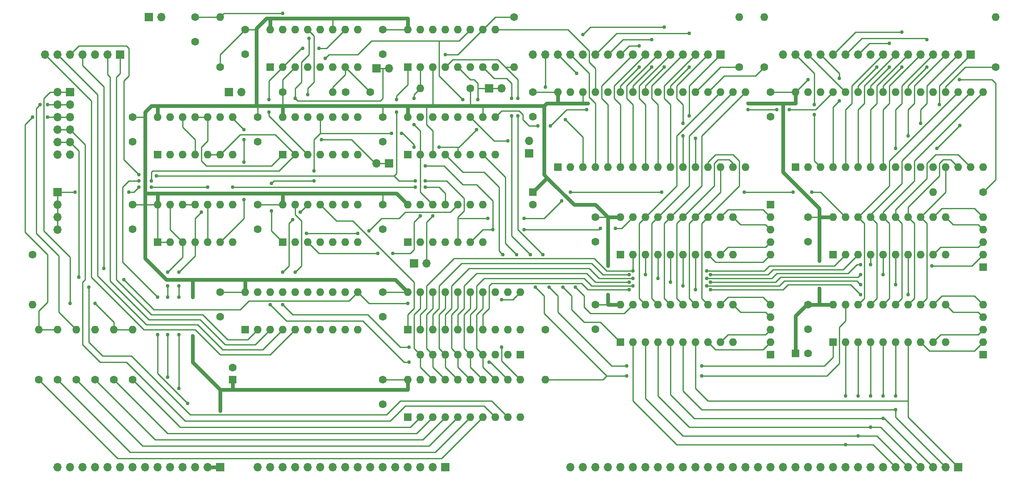
<source format=gtl>
G04 #@! TF.GenerationSoftware,KiCad,Pcbnew,(7.0.0)*
G04 #@! TF.CreationDate,2024-03-28T20:34:17-07:00*
G04 #@! TF.ProjectId,video_output,76696465-6f5f-46f7-9574-7075742e6b69,rev?*
G04 #@! TF.SameCoordinates,Original*
G04 #@! TF.FileFunction,Copper,L1,Top*
G04 #@! TF.FilePolarity,Positive*
%FSLAX46Y46*%
G04 Gerber Fmt 4.6, Leading zero omitted, Abs format (unit mm)*
G04 Created by KiCad (PCBNEW (7.0.0)) date 2024-03-28 20:34:17*
%MOMM*%
%LPD*%
G01*
G04 APERTURE LIST*
G04 #@! TA.AperFunction,ComponentPad*
%ADD10R,1.600000X1.600000*%
G04 #@! TD*
G04 #@! TA.AperFunction,ComponentPad*
%ADD11O,1.600000X1.600000*%
G04 #@! TD*
G04 #@! TA.AperFunction,ComponentPad*
%ADD12C,1.600000*%
G04 #@! TD*
G04 #@! TA.AperFunction,ComponentPad*
%ADD13R,1.700000X1.700000*%
G04 #@! TD*
G04 #@! TA.AperFunction,ComponentPad*
%ADD14O,1.700000X1.700000*%
G04 #@! TD*
G04 #@! TA.AperFunction,ViaPad*
%ADD15C,0.762000*%
G04 #@! TD*
G04 #@! TA.AperFunction,Conductor*
%ADD16C,0.762000*%
G04 #@! TD*
G04 #@! TA.AperFunction,Conductor*
%ADD17C,0.254000*%
G04 #@! TD*
G04 APERTURE END LIST*
D10*
X205739999Y-121919999D03*
D11*
X205739999Y-119379999D03*
X205739999Y-116839999D03*
X205739999Y-114299999D03*
X205739999Y-111759999D03*
D12*
X144780000Y-67818000D03*
D11*
X134619999Y-67817999D03*
D13*
X139699999Y-144779999D03*
D14*
X137159999Y-144779999D03*
X134619999Y-144779999D03*
X132079999Y-144779999D03*
X129539999Y-144779999D03*
X126999999Y-144779999D03*
X124459999Y-144779999D03*
X121919999Y-144779999D03*
X119379999Y-144779999D03*
X116839999Y-144779999D03*
X114299999Y-144779999D03*
X111759999Y-144779999D03*
X109219999Y-144779999D03*
X106679999Y-144779999D03*
X104139999Y-144779999D03*
X101599999Y-144779999D03*
D10*
X157479999Y-88899999D03*
D12*
X157480000Y-91400000D03*
X248920000Y-88900000D03*
D11*
X238759999Y-88899999D03*
D12*
X170180000Y-111760000D03*
X170180000Y-116760000D03*
D10*
X210819999Y-83819999D03*
D11*
X213359999Y-83819999D03*
X215899999Y-83819999D03*
X218439999Y-83819999D03*
X220979999Y-83819999D03*
X223519999Y-83819999D03*
X226059999Y-83819999D03*
X228599999Y-83819999D03*
X231139999Y-83819999D03*
X233679999Y-83819999D03*
X236219999Y-83819999D03*
X238759999Y-83819999D03*
X241299999Y-83819999D03*
X243839999Y-83819999D03*
X246379999Y-83819999D03*
X248919999Y-83819999D03*
X248919999Y-68579999D03*
X246379999Y-68579999D03*
X243839999Y-68579999D03*
X241299999Y-68579999D03*
X238759999Y-68579999D03*
X236219999Y-68579999D03*
X233679999Y-68579999D03*
X231139999Y-68579999D03*
X228599999Y-68579999D03*
X226059999Y-68579999D03*
X223519999Y-68579999D03*
X220979999Y-68579999D03*
X218439999Y-68579999D03*
X215899999Y-68579999D03*
X213359999Y-68579999D03*
X210819999Y-68579999D03*
D10*
X248919999Y-104139999D03*
D11*
X248919999Y-101599999D03*
X248919999Y-99059999D03*
X248919999Y-96519999D03*
X248919999Y-93979999D03*
D13*
X148589999Y-67817999D03*
D14*
X151129999Y-67817999D03*
D12*
X93980000Y-114220000D03*
X93980000Y-109220000D03*
X157480000Y-68580000D03*
X157480000Y-73580000D03*
X64770000Y-127000000D03*
D11*
X64769999Y-116839999D03*
D10*
X175259999Y-101599999D03*
D11*
X177799999Y-101599999D03*
X180339999Y-101599999D03*
X182879999Y-101599999D03*
X185419999Y-101599999D03*
X187959999Y-101599999D03*
X190499999Y-101599999D03*
X193039999Y-101599999D03*
X195579999Y-101599999D03*
X198119999Y-101599999D03*
X198119999Y-93979999D03*
X195579999Y-93979999D03*
X193039999Y-93979999D03*
X190499999Y-93979999D03*
X187959999Y-93979999D03*
X185419999Y-93979999D03*
X182879999Y-93979999D03*
X180339999Y-93979999D03*
X177799999Y-93979999D03*
X175259999Y-93979999D03*
D12*
X127000000Y-132000000D03*
X127000000Y-127000000D03*
D10*
X99059999Y-116839999D03*
D11*
X101599999Y-116839999D03*
X104139999Y-116839999D03*
X106679999Y-116839999D03*
X109219999Y-116839999D03*
X111759999Y-116839999D03*
X114299999Y-116839999D03*
X116839999Y-116839999D03*
X119379999Y-116839999D03*
X121919999Y-116839999D03*
X121919999Y-109219999D03*
X119379999Y-109219999D03*
X116839999Y-109219999D03*
X114299999Y-109219999D03*
X111759999Y-109219999D03*
X109219999Y-109219999D03*
X106679999Y-109219999D03*
X104139999Y-109219999D03*
X101599999Y-109219999D03*
X99059999Y-109219999D03*
D13*
X93979999Y-144779999D03*
D14*
X91439999Y-144779999D03*
X88899999Y-144779999D03*
X86359999Y-144779999D03*
X83819999Y-144779999D03*
X81279999Y-144779999D03*
X78739999Y-144779999D03*
X76199999Y-144779999D03*
X73659999Y-144779999D03*
X71119999Y-144779999D03*
X68579999Y-144779999D03*
X66039999Y-144779999D03*
X63499999Y-144779999D03*
X60959999Y-144779999D03*
D12*
X68580000Y-127000000D03*
D11*
X68579999Y-116839999D03*
D12*
X204470000Y-63500000D03*
D11*
X204469999Y-53339999D03*
D12*
X160020000Y-116840000D03*
D11*
X160019999Y-126999999D03*
D10*
X132079999Y-99059999D03*
D11*
X134619999Y-99059999D03*
X137159999Y-99059999D03*
X139699999Y-99059999D03*
X142239999Y-99059999D03*
X144779999Y-99059999D03*
X147319999Y-99059999D03*
X147319999Y-91439999D03*
X144779999Y-91439999D03*
X142239999Y-91439999D03*
X139699999Y-91439999D03*
X137159999Y-91439999D03*
X134619999Y-91439999D03*
X132079999Y-91439999D03*
D12*
X99060000Y-60880000D03*
X99060000Y-55880000D03*
X251460000Y-63500000D03*
D11*
X251459999Y-53339999D03*
D10*
X218439999Y-101599999D03*
D11*
X220979999Y-101599999D03*
X223519999Y-101599999D03*
X226059999Y-101599999D03*
X228599999Y-101599999D03*
X231139999Y-101599999D03*
X233679999Y-101599999D03*
X236219999Y-101599999D03*
X238759999Y-101599999D03*
X241299999Y-101599999D03*
X241299999Y-93979999D03*
X238759999Y-93979999D03*
X236219999Y-93979999D03*
X233679999Y-93979999D03*
X231139999Y-93979999D03*
X228599999Y-93979999D03*
X226059999Y-93979999D03*
X223519999Y-93979999D03*
X220979999Y-93979999D03*
X218439999Y-93979999D03*
D12*
X72390000Y-127000000D03*
D11*
X72389999Y-116839999D03*
D10*
X175259999Y-119379999D03*
D11*
X177799999Y-119379999D03*
X180339999Y-119379999D03*
X182879999Y-119379999D03*
X185419999Y-119379999D03*
X187959999Y-119379999D03*
X190499999Y-119379999D03*
X193039999Y-119379999D03*
X195579999Y-119379999D03*
X198119999Y-119379999D03*
X198119999Y-111759999D03*
X195579999Y-111759999D03*
X193039999Y-111759999D03*
X190499999Y-111759999D03*
X187959999Y-111759999D03*
X185419999Y-111759999D03*
X182879999Y-111759999D03*
X180339999Y-111759999D03*
X177799999Y-111759999D03*
X175259999Y-111759999D03*
D10*
X106679999Y-99059999D03*
D11*
X109219999Y-99059999D03*
X111759999Y-99059999D03*
X114299999Y-99059999D03*
X116839999Y-99059999D03*
X119379999Y-99059999D03*
X121919999Y-99059999D03*
X121919999Y-91439999D03*
X119379999Y-91439999D03*
X116839999Y-91439999D03*
X114299999Y-91439999D03*
X111759999Y-91439999D03*
X109219999Y-91439999D03*
X106679999Y-91439999D03*
D12*
X76200000Y-78660000D03*
X76200000Y-73660000D03*
X60960000Y-127000000D03*
D11*
X60959999Y-116839999D03*
D13*
X73659999Y-60959999D03*
D14*
X71119999Y-60959999D03*
X68579999Y-60959999D03*
X66039999Y-60959999D03*
X63499999Y-60959999D03*
X60959999Y-60959999D03*
X58419999Y-60959999D03*
D12*
X76200000Y-96440000D03*
X76200000Y-91440000D03*
X127000000Y-60880000D03*
X127000000Y-55880000D03*
D10*
X248919999Y-121919999D03*
D11*
X248919999Y-119379999D03*
X248919999Y-116839999D03*
X248919999Y-114299999D03*
X248919999Y-111759999D03*
D12*
X93980000Y-63500000D03*
D11*
X93979999Y-53339999D03*
D13*
X156717999Y-81025999D03*
D14*
X156717999Y-78485999D03*
D10*
X96519999Y-126999999D03*
D12*
X96520000Y-124500000D03*
D10*
X205739999Y-91439999D03*
D11*
X205739999Y-93979999D03*
X205739999Y-96519999D03*
X205739999Y-99059999D03*
X205739999Y-101599999D03*
D13*
X133349999Y-103377999D03*
D14*
X135889999Y-103377999D03*
D13*
X79501999Y-53339999D03*
D14*
X82041999Y-53339999D03*
D13*
X63499999Y-68579999D03*
D14*
X60959999Y-68579999D03*
X63499999Y-71119999D03*
X60959999Y-71119999D03*
X63499999Y-73659999D03*
X60959999Y-73659999D03*
X63499999Y-76199999D03*
X60959999Y-76199999D03*
X63499999Y-78739999D03*
X60959999Y-78739999D03*
X63499999Y-81279999D03*
X60959999Y-81279999D03*
D12*
X153670000Y-53340000D03*
D11*
X153669999Y-63499999D03*
D13*
X95757999Y-68579999D03*
D14*
X98297999Y-68579999D03*
D10*
X104139999Y-63499999D03*
D11*
X106679999Y-63499999D03*
X109219999Y-63499999D03*
X111759999Y-63499999D03*
X114299999Y-63499999D03*
X116839999Y-63499999D03*
X119379999Y-63499999D03*
X121919999Y-63499999D03*
X121919999Y-55879999D03*
X119379999Y-55879999D03*
X116839999Y-55879999D03*
X114299999Y-55879999D03*
X111759999Y-55879999D03*
X109219999Y-55879999D03*
X106679999Y-55879999D03*
X104139999Y-55879999D03*
D10*
X132079999Y-63499999D03*
D11*
X134619999Y-63499999D03*
X137159999Y-63499999D03*
X139699999Y-63499999D03*
X142239999Y-63499999D03*
X144779999Y-63499999D03*
X147319999Y-63499999D03*
X149859999Y-63499999D03*
X149859999Y-55879999D03*
X147319999Y-55879999D03*
X144779999Y-55879999D03*
X142239999Y-55879999D03*
X139699999Y-55879999D03*
X137159999Y-55879999D03*
X134619999Y-55879999D03*
X132079999Y-55879999D03*
D13*
X60959999Y-88899999D03*
D14*
X60959999Y-91439999D03*
X60959999Y-93979999D03*
X60959999Y-96519999D03*
D12*
X127000000Y-78660000D03*
X127000000Y-73660000D03*
D10*
X81279999Y-99059999D03*
D11*
X83819999Y-99059999D03*
X86359999Y-99059999D03*
X88899999Y-99059999D03*
X91439999Y-99059999D03*
X93979999Y-99059999D03*
X96519999Y-99059999D03*
X96519999Y-91439999D03*
X93979999Y-91439999D03*
X91439999Y-91439999D03*
X88899999Y-91439999D03*
X86359999Y-91439999D03*
X83819999Y-91439999D03*
X81279999Y-91439999D03*
D12*
X127000000Y-96440000D03*
X127000000Y-91440000D03*
D13*
X125729999Y-63753999D03*
D14*
X128269999Y-63753999D03*
D13*
X246379999Y-60959999D03*
D14*
X243839999Y-60959999D03*
X241299999Y-60959999D03*
X238759999Y-60959999D03*
X236219999Y-60959999D03*
X233679999Y-60959999D03*
X231139999Y-60959999D03*
X228599999Y-60959999D03*
X226059999Y-60959999D03*
X223519999Y-60959999D03*
X220979999Y-60959999D03*
X218439999Y-60959999D03*
X215899999Y-60959999D03*
X213359999Y-60959999D03*
X210819999Y-60959999D03*
X208279999Y-60959999D03*
D12*
X124460000Y-68580000D03*
X119460000Y-68580000D03*
D10*
X132079999Y-134619999D03*
D11*
X134619999Y-134619999D03*
X137159999Y-134619999D03*
X139699999Y-134619999D03*
X142239999Y-134619999D03*
X144779999Y-134619999D03*
X147319999Y-134619999D03*
X149859999Y-134619999D03*
X152399999Y-134619999D03*
X154939999Y-134619999D03*
X154939999Y-126999999D03*
X152399999Y-126999999D03*
X149859999Y-126999999D03*
X147319999Y-126999999D03*
X144779999Y-126999999D03*
X142239999Y-126999999D03*
X139699999Y-126999999D03*
X137159999Y-126999999D03*
X134619999Y-126999999D03*
X132079999Y-126999999D03*
D12*
X127000000Y-114220000D03*
X127000000Y-109220000D03*
X170180000Y-93980000D03*
X170180000Y-98980000D03*
D13*
X128269999Y-83057999D03*
D14*
X125729999Y-83057999D03*
D10*
X154939999Y-121919999D03*
D11*
X152399999Y-121919999D03*
X149859999Y-121919999D03*
X147319999Y-121919999D03*
X144779999Y-121919999D03*
X142239999Y-121919999D03*
X139699999Y-121919999D03*
X137159999Y-121919999D03*
X134619999Y-121919999D03*
D12*
X205740000Y-68580000D03*
X205740000Y-73580000D03*
X106680000Y-68580000D03*
D11*
X116839999Y-68579999D03*
D12*
X88900000Y-53340000D03*
X88900000Y-58340000D03*
X101600000Y-96440000D03*
X101600000Y-91440000D03*
D10*
X132079999Y-81279999D03*
D11*
X134619999Y-81279999D03*
X137159999Y-81279999D03*
X139699999Y-81279999D03*
X142239999Y-81279999D03*
X144779999Y-81279999D03*
X147319999Y-81279999D03*
X149859999Y-81279999D03*
X149859999Y-73659999D03*
X147319999Y-73659999D03*
X144779999Y-73659999D03*
X142239999Y-73659999D03*
X139699999Y-73659999D03*
X137159999Y-73659999D03*
X134619999Y-73659999D03*
X132079999Y-73659999D03*
D12*
X55880000Y-101600000D03*
D11*
X55879999Y-111759999D03*
D12*
X57150000Y-127000000D03*
D11*
X57149999Y-116839999D03*
D12*
X101600000Y-78660000D03*
X101600000Y-73660000D03*
D10*
X106679999Y-81279999D03*
D11*
X109219999Y-81279999D03*
X111759999Y-81279999D03*
X114299999Y-81279999D03*
X116839999Y-81279999D03*
X119379999Y-81279999D03*
X121919999Y-81279999D03*
X121919999Y-73659999D03*
X119379999Y-73659999D03*
X116839999Y-73659999D03*
X114299999Y-73659999D03*
X111759999Y-73659999D03*
X109219999Y-73659999D03*
X106679999Y-73659999D03*
D10*
X210819999Y-121665999D03*
D12*
X213320000Y-121666000D03*
X213360000Y-111760000D03*
X213360000Y-116760000D03*
X76200000Y-127000000D03*
D11*
X76199999Y-116839999D03*
D13*
X195579999Y-60959999D03*
D14*
X193039999Y-60959999D03*
X190499999Y-60959999D03*
X187959999Y-60959999D03*
X185419999Y-60959999D03*
X182879999Y-60959999D03*
X180339999Y-60959999D03*
X177799999Y-60959999D03*
X175259999Y-60959999D03*
X172719999Y-60959999D03*
X170179999Y-60959999D03*
X167639999Y-60959999D03*
X165099999Y-60959999D03*
X162559999Y-60959999D03*
X160019999Y-60959999D03*
X157479999Y-60959999D03*
D10*
X81279999Y-81279999D03*
D11*
X83819999Y-81279999D03*
X86359999Y-81279999D03*
X88899999Y-81279999D03*
X91439999Y-81279999D03*
X93979999Y-81279999D03*
X96519999Y-81279999D03*
X96519999Y-73659999D03*
X93979999Y-73659999D03*
X91439999Y-73659999D03*
X88899999Y-73659999D03*
X86359999Y-73659999D03*
X83819999Y-73659999D03*
X81279999Y-73659999D03*
D13*
X243839999Y-144779999D03*
D14*
X241299999Y-144779999D03*
X238759999Y-144779999D03*
X236219999Y-144779999D03*
X233679999Y-144779999D03*
X231139999Y-144779999D03*
X228599999Y-144779999D03*
X226059999Y-144779999D03*
X223519999Y-144779999D03*
X220979999Y-144779999D03*
X218439999Y-144779999D03*
X215899999Y-144779999D03*
X213359999Y-144779999D03*
X210819999Y-144779999D03*
X208279999Y-144779999D03*
X205739999Y-144779999D03*
X203199999Y-144779999D03*
X200659999Y-144779999D03*
X198119999Y-144779999D03*
X195579999Y-144779999D03*
X193039999Y-144779999D03*
X190499999Y-144779999D03*
X187959999Y-144779999D03*
X185419999Y-144779999D03*
X182879999Y-144779999D03*
X180339999Y-144779999D03*
X177799999Y-144779999D03*
X175259999Y-144779999D03*
X172719999Y-144779999D03*
X170179999Y-144779999D03*
X167639999Y-144779999D03*
X165099999Y-144779999D03*
D12*
X213360000Y-93980000D03*
X213360000Y-98980000D03*
D10*
X218439999Y-119379999D03*
D11*
X220979999Y-119379999D03*
X223519999Y-119379999D03*
X226059999Y-119379999D03*
X228599999Y-119379999D03*
X231139999Y-119379999D03*
X233679999Y-119379999D03*
X236219999Y-119379999D03*
X238759999Y-119379999D03*
X241299999Y-119379999D03*
X241299999Y-111759999D03*
X238759999Y-111759999D03*
X236219999Y-111759999D03*
X233679999Y-111759999D03*
X231139999Y-111759999D03*
X228599999Y-111759999D03*
X226059999Y-111759999D03*
X223519999Y-111759999D03*
X220979999Y-111759999D03*
X218439999Y-111759999D03*
D12*
X199390000Y-63500000D03*
D11*
X199389999Y-53339999D03*
D10*
X162559999Y-83819999D03*
D11*
X165099999Y-83819999D03*
X167639999Y-83819999D03*
X170179999Y-83819999D03*
X172719999Y-83819999D03*
X175259999Y-83819999D03*
X177799999Y-83819999D03*
X180339999Y-83819999D03*
X182879999Y-83819999D03*
X185419999Y-83819999D03*
X187959999Y-83819999D03*
X190499999Y-83819999D03*
X193039999Y-83819999D03*
X195579999Y-83819999D03*
X198119999Y-83819999D03*
X200659999Y-83819999D03*
X200659999Y-68579999D03*
X198119999Y-68579999D03*
X195579999Y-68579999D03*
X193039999Y-68579999D03*
X190499999Y-68579999D03*
X187959999Y-68579999D03*
X185419999Y-68579999D03*
X182879999Y-68579999D03*
X180339999Y-68579999D03*
X177799999Y-68579999D03*
X175259999Y-68579999D03*
X172719999Y-68579999D03*
X170179999Y-68579999D03*
X167639999Y-68579999D03*
X165099999Y-68579999D03*
X162559999Y-68579999D03*
D10*
X132079999Y-116839999D03*
D11*
X134619999Y-116839999D03*
X137159999Y-116839999D03*
X139699999Y-116839999D03*
X142239999Y-116839999D03*
X144779999Y-116839999D03*
X147319999Y-116839999D03*
X149859999Y-116839999D03*
X152399999Y-116839999D03*
X154939999Y-116839999D03*
X154939999Y-109219999D03*
X152399999Y-109219999D03*
X149859999Y-109219999D03*
X147319999Y-109219999D03*
X144779999Y-109219999D03*
X142239999Y-109219999D03*
X139699999Y-109219999D03*
X137159999Y-109219999D03*
X134619999Y-109219999D03*
X132079999Y-109219999D03*
D15*
X172720000Y-110998000D03*
X93980000Y-131826000D03*
X88392000Y-118110000D03*
X93980000Y-133350000D03*
X166878000Y-70866000D03*
X172720000Y-102616000D03*
X213360000Y-66040000D03*
X215646000Y-102870000D03*
X172720000Y-109728000D03*
X139700000Y-60960000D03*
X168656000Y-70866000D03*
X88392000Y-110236000D03*
X88392000Y-119634000D03*
X88392000Y-108966000D03*
X202692000Y-70866000D03*
X215646000Y-108458000D03*
X215646000Y-109982000D03*
X172720000Y-103886000D03*
X201168000Y-70866000D03*
X215646000Y-101346000D03*
X231140000Y-133096000D03*
X231140000Y-130302000D03*
X228600000Y-134874000D03*
X228600000Y-130302000D03*
X226060000Y-136652000D03*
X226060000Y-130302000D03*
X223520000Y-130302000D03*
X223520000Y-138430000D03*
X220980000Y-140208000D03*
X220980000Y-130302000D03*
X96520000Y-87884000D03*
X133604000Y-87884000D03*
X135636000Y-87884000D03*
X87376000Y-131826000D03*
X80010000Y-86614000D03*
X81280000Y-117856000D03*
X81280000Y-110236000D03*
X77470000Y-86614000D03*
X85598000Y-107950000D03*
X85598000Y-117856000D03*
X90170000Y-92964000D03*
X85598000Y-110236000D03*
X85598000Y-128778000D03*
X85598000Y-105156000D03*
X83312000Y-126492000D03*
X83312000Y-117856000D03*
X83312000Y-105156000D03*
X83312000Y-107950000D03*
X83312000Y-110236000D03*
X238506000Y-103886000D03*
X207010000Y-72136000D03*
X158496000Y-75438000D03*
X201168000Y-72136000D03*
X209550000Y-72136000D03*
X168402000Y-72136000D03*
X161036000Y-75438000D03*
X231140000Y-107696000D03*
X224028000Y-107696000D03*
X177800000Y-107950000D03*
X187960000Y-107950000D03*
X192786000Y-107950000D03*
X68580000Y-111506000D03*
X63500000Y-111506000D03*
X224028000Y-109728000D03*
X177038000Y-108712000D03*
X193548000Y-108712000D03*
X233680000Y-109728000D03*
X190500000Y-108712000D03*
X192786000Y-106426000D03*
X177800000Y-106426000D03*
X226060000Y-103632000D03*
X182880000Y-106426000D03*
X224028000Y-103632000D03*
X177038000Y-107188000D03*
X185420000Y-107188000D03*
X224028000Y-105664000D03*
X193548000Y-107188000D03*
X228600000Y-105664000D03*
X192786000Y-104902000D03*
X177800000Y-104902000D03*
X193548000Y-105664000D03*
X177038000Y-105664000D03*
X180340000Y-105664000D03*
X156972000Y-101600000D03*
X163576000Y-108204000D03*
X153162000Y-73406000D03*
X153162000Y-69850000D03*
X166116000Y-108204000D03*
X154432000Y-69850000D03*
X154432000Y-73406000D03*
X159512000Y-101600000D03*
X160782000Y-108204000D03*
X176530000Y-124206000D03*
X154178000Y-101600000D03*
X191770000Y-124206000D03*
X151384000Y-101600000D03*
X176530000Y-126238000D03*
X191770000Y-126238000D03*
X157988000Y-108204000D03*
X106680000Y-111760000D03*
X151130000Y-120396000D03*
X132334000Y-120396000D03*
X104140000Y-111760000D03*
X132334000Y-123444000D03*
X148590000Y-123444000D03*
X57404000Y-71120000D03*
X58928000Y-71120000D03*
X58928000Y-73660000D03*
X55880000Y-73660000D03*
X155702000Y-96520000D03*
X135636000Y-83566000D03*
X174244000Y-96266000D03*
X171196000Y-96266000D03*
X149352000Y-96520000D03*
X165100000Y-88900000D03*
X148336000Y-94234000D03*
X129794000Y-70104000D03*
X133604000Y-86614000D03*
X135636000Y-86614000D03*
X155702000Y-94234000D03*
X129794000Y-72644000D03*
X163322000Y-90678000D03*
X214122000Y-88900000D03*
X77470000Y-85344000D03*
X210312000Y-88900000D03*
X183642000Y-88900000D03*
X81026000Y-85598000D03*
X200406000Y-88900000D03*
X109220000Y-105156000D03*
X106680000Y-105156000D03*
X110236000Y-92964000D03*
X108712000Y-94488000D03*
X65278000Y-106172000D03*
X67310000Y-108204000D03*
X80010000Y-87884000D03*
X75438000Y-88900000D03*
X64516000Y-88900000D03*
X77470000Y-87884000D03*
X91440000Y-87884000D03*
X98806000Y-78232000D03*
X98806000Y-76200000D03*
X98806000Y-90424000D03*
X98806000Y-82804000D03*
X106680000Y-52578000D03*
X240030000Y-71120000D03*
X239522000Y-80010000D03*
X244221000Y-75311000D03*
X236220000Y-74930000D03*
X233680000Y-77470000D03*
X231140000Y-80010000D03*
X227330000Y-63500000D03*
X229870000Y-63500000D03*
X229870000Y-58674000D03*
X237490000Y-63500000D03*
X237490000Y-57912000D03*
X232410000Y-56388000D03*
X232410000Y-63500000D03*
X219710000Y-65786000D03*
X219710000Y-70358000D03*
X214630000Y-71120000D03*
X214630000Y-73152000D03*
X189230000Y-73406000D03*
X190500000Y-77978000D03*
X187960000Y-77470000D03*
X187960000Y-74930000D03*
X179070000Y-59182000D03*
X179070000Y-63500000D03*
X181610000Y-57912000D03*
X181610000Y-63500000D03*
X189230000Y-56642000D03*
X189230000Y-63500000D03*
X184150000Y-63500000D03*
X184150000Y-55372000D03*
X167640000Y-56896000D03*
X166370000Y-64770000D03*
X160020000Y-67564000D03*
X164084000Y-74168000D03*
X133350000Y-75184000D03*
X133350000Y-69850000D03*
X137160000Y-93726000D03*
X244094000Y-66040000D03*
X103886000Y-72644000D03*
X110744000Y-59690000D03*
X103886000Y-70104000D03*
X114046000Y-59690000D03*
X113030000Y-84582000D03*
X133350000Y-79756000D03*
X104394000Y-87122000D03*
X128778000Y-76962000D03*
X146050000Y-76200000D03*
X104394000Y-92710000D03*
X146304000Y-70104000D03*
X113030000Y-86614000D03*
X138430000Y-79756000D03*
X130810000Y-76962000D03*
X111760000Y-69088000D03*
X114554000Y-78232000D03*
X109220000Y-69850000D03*
X112014000Y-57658000D03*
X152400000Y-78486000D03*
X115316000Y-61722000D03*
X143256000Y-70104000D03*
X111506000Y-97282000D03*
X121920000Y-97282000D03*
X124206000Y-96774000D03*
X125984000Y-101346000D03*
X129032000Y-101346000D03*
X134620000Y-93726000D03*
X132080000Y-111506000D03*
X151130000Y-110744000D03*
X70358000Y-104394000D03*
X74422000Y-106680000D03*
D16*
X210820000Y-68580000D02*
X210820000Y-70866000D01*
D17*
X116840000Y-55880000D02*
X116840000Y-53594000D01*
D16*
X201168000Y-70866000D02*
X202692000Y-70866000D01*
X127000000Y-89154000D02*
X129794000Y-89154000D01*
X81280000Y-71374000D02*
X101346000Y-71374000D01*
X93980000Y-144780000D02*
X91440000Y-144780000D01*
X202692000Y-70866000D02*
X209550000Y-70866000D01*
D17*
X144780000Y-67818000D02*
X144780000Y-71374000D01*
D16*
X168656000Y-70866000D02*
X166878000Y-70866000D01*
X88392000Y-110236000D02*
X88392000Y-108966000D01*
X93980000Y-129032000D02*
X96520000Y-129032000D01*
X129794000Y-89154000D02*
X132080000Y-91440000D01*
X159766000Y-71374000D02*
X159766000Y-85344000D01*
D17*
X93980000Y-63500000D02*
X93980000Y-60960000D01*
X153670000Y-53340000D02*
X149860000Y-53340000D01*
D16*
X168656000Y-70866000D02*
X162560000Y-70866000D01*
X215646000Y-111760000D02*
X213106000Y-111760000D01*
X99568000Y-71374000D02*
X106680000Y-71374000D01*
D17*
X109220000Y-63500000D02*
X106680000Y-66040000D01*
X93980000Y-60960000D02*
X99060000Y-55880000D01*
X76200000Y-73660000D02*
X78740000Y-73660000D01*
D16*
X103378000Y-53594000D02*
X101346000Y-55626000D01*
D17*
X135890000Y-75184000D02*
X135890000Y-71374000D01*
X127000000Y-109220000D02*
X132080000Y-109220000D01*
X142240000Y-60960000D02*
X147320000Y-55880000D01*
X139700000Y-60960000D02*
X142240000Y-60960000D01*
D16*
X172720000Y-111760000D02*
X175260000Y-111760000D01*
X215646000Y-92202000D02*
X215646000Y-93980000D01*
D17*
X170180000Y-111760000D02*
X175260000Y-111760000D01*
D16*
X106680000Y-91440000D02*
X106680000Y-89154000D01*
X116840000Y-53594000D02*
X132080000Y-53594000D01*
X93980000Y-129032000D02*
X88392000Y-123444000D01*
D17*
X147320000Y-73660000D02*
X147320000Y-71374000D01*
X213360000Y-111760000D02*
X218440000Y-111760000D01*
X205740000Y-68580000D02*
X210820000Y-68580000D01*
D16*
X96520000Y-129032000D02*
X132080000Y-129032000D01*
X215646000Y-101346000D02*
X215646000Y-102870000D01*
D17*
X127000000Y-91440000D02*
X127000000Y-89154000D01*
D16*
X215646000Y-109982000D02*
X215646000Y-111760000D01*
D17*
X149860000Y-53340000D02*
X147320000Y-55880000D01*
D16*
X96520000Y-129032000D02*
X96520000Y-127000000D01*
D17*
X101600000Y-71628000D02*
X101346000Y-71374000D01*
D16*
X106680000Y-89154000D02*
X127000000Y-89154000D01*
X215646000Y-111760000D02*
X218440000Y-111760000D01*
D17*
X137160000Y-63500000D02*
X137160000Y-71374000D01*
D16*
X104140000Y-55880000D02*
X104140000Y-53594000D01*
X170180000Y-91440000D02*
X172720000Y-93980000D01*
X104140000Y-53594000D02*
X116840000Y-53594000D01*
X135890000Y-71374000D02*
X137160000Y-71374000D01*
X172720000Y-93980000D02*
X172720000Y-102616000D01*
D17*
X101600000Y-91440000D02*
X106680000Y-91440000D01*
D16*
X208280000Y-70866000D02*
X208280000Y-84836000D01*
X101346000Y-55626000D02*
X101346000Y-55880000D01*
X147320000Y-71374000D02*
X157226000Y-71374000D01*
X81280000Y-89154000D02*
X106680000Y-89154000D01*
D17*
X81280000Y-91440000D02*
X81280000Y-99060000D01*
D16*
X99060000Y-106680000D02*
X88392000Y-106680000D01*
X132080000Y-53594000D02*
X132080000Y-55880000D01*
X218440000Y-93980000D02*
X215646000Y-93980000D01*
X162560000Y-70866000D02*
X160274000Y-70866000D01*
X165862000Y-91440000D02*
X170180000Y-91440000D01*
D17*
X106680000Y-68580000D02*
X106680000Y-71374000D01*
X167640000Y-70866000D02*
X167640000Y-68580000D01*
D16*
X210820000Y-114046000D02*
X210820000Y-121666000D01*
X88392000Y-123444000D02*
X88392000Y-119634000D01*
X78740000Y-89154000D02*
X81280000Y-89154000D01*
X137160000Y-71374000D02*
X144780000Y-71374000D01*
X215646000Y-93980000D02*
X215646000Y-101346000D01*
X101346000Y-55880000D02*
X101346000Y-71374000D01*
X129540000Y-106680000D02*
X99060000Y-106680000D01*
X80010000Y-71374000D02*
X81280000Y-71374000D01*
D17*
X106680000Y-66040000D02*
X106680000Y-68580000D01*
X93980000Y-109220000D02*
X99060000Y-109220000D01*
D16*
X162560000Y-68580000D02*
X162560000Y-70866000D01*
D17*
X170180000Y-93980000D02*
X172720000Y-93980000D01*
D16*
X127000000Y-71374000D02*
X132080000Y-71374000D01*
X208280000Y-84836000D02*
X215646000Y-92202000D01*
X213106000Y-111760000D02*
X210820000Y-114046000D01*
X81280000Y-91440000D02*
X81280000Y-89154000D01*
X78740000Y-102362000D02*
X78740000Y-73660000D01*
D17*
X213360000Y-93980000D02*
X215646000Y-93980000D01*
D16*
X172720000Y-109728000D02*
X172720000Y-110998000D01*
X215646000Y-109982000D02*
X215646000Y-108458000D01*
X93980000Y-131826000D02*
X93980000Y-129032000D01*
X93980000Y-133350000D02*
X93980000Y-131826000D01*
X132080000Y-71374000D02*
X135890000Y-71374000D01*
X175260000Y-93980000D02*
X172720000Y-93980000D01*
D17*
X210820000Y-68580000D02*
X213360000Y-66040000D01*
D16*
X160274000Y-70866000D02*
X159766000Y-71374000D01*
X157226000Y-71374000D02*
X159766000Y-71374000D01*
D17*
X127000000Y-127000000D02*
X132080000Y-127000000D01*
X137160000Y-81280000D02*
X137160000Y-76454000D01*
X157480000Y-68580000D02*
X162560000Y-68580000D01*
X101600000Y-73660000D02*
X101600000Y-71628000D01*
X127000000Y-73660000D02*
X127000000Y-71374000D01*
D16*
X78740000Y-72644000D02*
X80010000Y-71374000D01*
X106680000Y-71374000D02*
X127000000Y-71374000D01*
D17*
X127000000Y-55880000D02*
X132080000Y-55880000D01*
D16*
X88392000Y-106680000D02*
X83058000Y-106680000D01*
X132080000Y-129032000D02*
X132080000Y-127000000D01*
D17*
X168656000Y-70866000D02*
X167640000Y-70866000D01*
D16*
X144780000Y-71374000D02*
X147320000Y-71374000D01*
X83058000Y-106680000D02*
X78740000Y-102362000D01*
X132080000Y-71374000D02*
X132080000Y-73660000D01*
D17*
X137160000Y-76454000D02*
X135890000Y-75184000D01*
X99060000Y-55880000D02*
X101346000Y-55880000D01*
X76200000Y-91440000D02*
X81280000Y-91440000D01*
D16*
X132080000Y-109220000D02*
X129540000Y-106680000D01*
X106680000Y-73660000D02*
X106680000Y-71374000D01*
X172720000Y-102616000D02*
X172720000Y-103886000D01*
X159766000Y-85344000D02*
X160401000Y-85979000D01*
X157480000Y-88900000D02*
X160401000Y-85979000D01*
X160401000Y-85979000D02*
X165862000Y-91440000D01*
X99060000Y-106680000D02*
X99060000Y-109220000D01*
X81280000Y-73660000D02*
X81280000Y-71374000D01*
D17*
X83820000Y-99060000D02*
X81280000Y-99060000D01*
D16*
X88392000Y-119634000D02*
X88392000Y-118110000D01*
X210820000Y-70866000D02*
X208280000Y-70866000D01*
X172720000Y-110998000D02*
X172720000Y-111760000D01*
X88392000Y-108966000D02*
X88392000Y-106680000D01*
X104140000Y-53594000D02*
X103378000Y-53594000D01*
X78740000Y-73660000D02*
X78740000Y-72644000D01*
D17*
X233680000Y-119380000D02*
X233680000Y-134366000D01*
X233680000Y-134620000D02*
X233680000Y-131318000D01*
X233680000Y-134620000D02*
X233680000Y-134366000D01*
X193040000Y-131318000D02*
X190500000Y-128778000D01*
X190500000Y-128778000D02*
X190500000Y-119380000D01*
X233680000Y-131318000D02*
X193040000Y-131318000D01*
X243840000Y-144780000D02*
X233680000Y-134620000D01*
X191770000Y-133096000D02*
X187960000Y-129286000D01*
X231140000Y-133096000D02*
X231140000Y-134620000D01*
X187960000Y-129286000D02*
X187960000Y-119380000D01*
X231140000Y-119380000D02*
X231140000Y-130302000D01*
X231140000Y-133096000D02*
X191770000Y-133096000D01*
X231140000Y-134620000D02*
X241300000Y-144780000D01*
X228600000Y-134874000D02*
X190246000Y-134874000D01*
X228600000Y-119380000D02*
X228600000Y-130302000D01*
X228600000Y-134874000D02*
X228854000Y-134874000D01*
X185420000Y-130048000D02*
X185420000Y-119380000D01*
X228854000Y-134874000D02*
X238760000Y-144780000D01*
X190246000Y-134874000D02*
X185420000Y-130048000D01*
X228092000Y-136652000D02*
X236220000Y-144780000D01*
X182880000Y-130302000D02*
X182880000Y-119380000D01*
X226060000Y-136652000D02*
X228092000Y-136652000D01*
X189230000Y-136652000D02*
X182880000Y-130302000D01*
X226060000Y-136652000D02*
X189230000Y-136652000D01*
X226060000Y-119380000D02*
X226060000Y-130302000D01*
X223520000Y-119380000D02*
X223520000Y-130302000D01*
X180340000Y-130810000D02*
X180340000Y-119380000D01*
X227330000Y-138430000D02*
X233680000Y-144780000D01*
X223520000Y-138430000D02*
X187960000Y-138430000D01*
X187960000Y-138430000D02*
X180340000Y-130810000D01*
X223520000Y-138430000D02*
X227330000Y-138430000D01*
X220980000Y-140208000D02*
X226568000Y-140208000D01*
X220980000Y-119380000D02*
X220980000Y-130302000D01*
X186690000Y-140208000D02*
X177800000Y-131318000D01*
X226568000Y-140208000D02*
X231140000Y-144780000D01*
X177800000Y-131318000D02*
X177800000Y-119380000D01*
X220980000Y-140208000D02*
X186690000Y-140208000D01*
X139700000Y-89154000D02*
X139700000Y-91440000D01*
X133604000Y-87884000D02*
X96520000Y-87884000D01*
X135636000Y-87884000D02*
X138430000Y-87884000D01*
X138430000Y-87884000D02*
X139700000Y-89154000D01*
X75438000Y-86614000D02*
X77470000Y-86614000D01*
X80010000Y-86614000D02*
X80010000Y-84836000D01*
X98044000Y-77216000D02*
X93980000Y-81280000D01*
X109220000Y-81280000D02*
X105156000Y-77216000D01*
X81280000Y-117856000D02*
X81280000Y-125730000D01*
X80010000Y-84836000D02*
X80264000Y-84582000D01*
X81280000Y-110236000D02*
X74168000Y-103124000D01*
X81280000Y-125730000D02*
X87376000Y-131826000D01*
X105918000Y-84582000D02*
X109220000Y-81280000D01*
X105156000Y-77216000D02*
X98044000Y-77216000D01*
X80264000Y-84582000D02*
X105918000Y-84582000D01*
X91440000Y-81280000D02*
X93980000Y-81280000D01*
X74168000Y-103124000D02*
X74168000Y-87884000D01*
X74168000Y-87884000D02*
X75438000Y-86614000D01*
X88900000Y-94234000D02*
X90170000Y-92964000D01*
X85598000Y-128778000D02*
X85598000Y-127000000D01*
X85598000Y-127000000D02*
X85598000Y-117856000D01*
X88900000Y-99060000D02*
X88900000Y-94234000D01*
X85598000Y-105156000D02*
X88900000Y-101854000D01*
X88900000Y-100457000D02*
X88900000Y-99060000D01*
X85598000Y-110236000D02*
X85598000Y-107950000D01*
X88900000Y-101854000D02*
X88900000Y-100457000D01*
X86360000Y-102108000D02*
X83312000Y-105156000D01*
X83820000Y-96520000D02*
X86360000Y-99060000D01*
X83312000Y-110236000D02*
X83312000Y-107950000D01*
X83820000Y-91440000D02*
X83820000Y-96520000D01*
X83312000Y-126492000D02*
X83312000Y-117856000D01*
X86360000Y-99060000D02*
X86360000Y-102108000D01*
X248920000Y-101600000D02*
X246634000Y-103886000D01*
X246634000Y-103886000D02*
X238506000Y-103886000D01*
X247904000Y-100076000D02*
X240284000Y-100076000D01*
X248920000Y-99060000D02*
X247904000Y-100076000D01*
X240284000Y-100076000D02*
X238760000Y-101600000D01*
X248920000Y-96520000D02*
X247904000Y-95504000D01*
X242824000Y-95504000D02*
X241300000Y-93980000D01*
X247904000Y-95504000D02*
X242824000Y-95504000D01*
X240538000Y-92202000D02*
X238760000Y-93980000D01*
X247142000Y-92202000D02*
X240538000Y-92202000D01*
X248920000Y-93980000D02*
X247142000Y-92202000D01*
X205740000Y-93980000D02*
X204216000Y-92456000D01*
X197104000Y-92456000D02*
X195580000Y-93980000D01*
X204216000Y-92456000D02*
X197104000Y-92456000D01*
X205740000Y-96520000D02*
X204724000Y-95504000D01*
X199644000Y-95504000D02*
X198120000Y-93980000D01*
X204724000Y-95504000D02*
X199644000Y-95504000D01*
X205740000Y-99060000D02*
X204724000Y-100076000D01*
X197104000Y-100076000D02*
X195580000Y-101600000D01*
X204724000Y-100076000D02*
X197104000Y-100076000D01*
X205740000Y-101600000D02*
X204216000Y-103124000D01*
X204216000Y-103124000D02*
X194564000Y-103124000D01*
X194564000Y-103124000D02*
X193040000Y-101600000D01*
X237998000Y-121158000D02*
X236220000Y-119380000D01*
X248920000Y-119380000D02*
X247142000Y-121158000D01*
X247142000Y-121158000D02*
X237998000Y-121158000D01*
X240284000Y-117856000D02*
X238760000Y-119380000D01*
X248920000Y-116840000D02*
X247904000Y-117856000D01*
X247904000Y-117856000D02*
X240284000Y-117856000D01*
X241300000Y-111760000D02*
X242824000Y-113284000D01*
X247904000Y-113284000D02*
X248920000Y-114300000D01*
X242824000Y-113284000D02*
X247904000Y-113284000D01*
X247142000Y-109982000D02*
X248920000Y-111760000D01*
X238760000Y-111760000D02*
X240538000Y-109982000D01*
X240538000Y-109982000D02*
X247142000Y-109982000D01*
X137160000Y-134620000D02*
X133858000Y-137922000D01*
X83312000Y-137922000D02*
X72390000Y-127000000D01*
X133858000Y-137922000D02*
X83312000Y-137922000D01*
X205740000Y-119380000D02*
X204216000Y-120904000D01*
X204216000Y-120904000D02*
X194564000Y-120904000D01*
X194564000Y-120904000D02*
X193040000Y-119380000D01*
X204724000Y-117856000D02*
X197104000Y-117856000D01*
X205740000Y-116840000D02*
X204724000Y-117856000D01*
X197104000Y-117856000D02*
X195580000Y-119380000D01*
X204724000Y-113284000D02*
X199644000Y-113284000D01*
X205740000Y-114300000D02*
X204724000Y-113284000D01*
X199644000Y-113284000D02*
X198120000Y-111760000D01*
X197104000Y-110236000D02*
X195580000Y-111760000D01*
X204216000Y-110236000D02*
X197104000Y-110236000D01*
X205740000Y-111760000D02*
X204216000Y-110236000D01*
X232410000Y-82550000D02*
X232410000Y-87122000D01*
X246380000Y-68580000D02*
X232410000Y-82550000D01*
X226060000Y-93980000D02*
X227330000Y-95250000D01*
X232410000Y-87122000D02*
X226060000Y-93472000D01*
X227330000Y-110490000D02*
X226060000Y-111760000D01*
X227330000Y-95250000D02*
X227330000Y-110490000D01*
X226060000Y-93472000D02*
X226060000Y-93980000D01*
X223520000Y-93980000D02*
X229870000Y-87630000D01*
X229870000Y-82550000D02*
X243840000Y-68580000D01*
X224790000Y-110490000D02*
X223520000Y-111760000D01*
X223520000Y-93980000D02*
X224790000Y-95250000D01*
X224790000Y-95250000D02*
X224790000Y-110490000D01*
X229870000Y-87630000D02*
X229870000Y-82550000D01*
X232410000Y-110490000D02*
X231140000Y-111760000D01*
X231140000Y-92456000D02*
X237490000Y-86106000D01*
X232410000Y-95250000D02*
X232410000Y-110490000D01*
X237490000Y-83058000D02*
X239268000Y-81280000D01*
X231140000Y-93980000D02*
X231140000Y-92456000D01*
X237490000Y-86106000D02*
X237490000Y-83058000D01*
X239268000Y-81280000D02*
X243840000Y-81280000D01*
X231140000Y-93980000D02*
X232410000Y-95250000D01*
X243840000Y-81280000D02*
X246380000Y-83820000D01*
X229870000Y-95250000D02*
X228600000Y-93980000D01*
X228600000Y-92964000D02*
X228600000Y-93980000D01*
X228600000Y-111760000D02*
X229870000Y-110490000D01*
X248920000Y-68580000D02*
X234950000Y-82550000D01*
X234950000Y-82550000D02*
X234950000Y-86614000D01*
X234950000Y-86614000D02*
X228600000Y-92964000D01*
X229870000Y-110490000D02*
X229870000Y-95250000D01*
X214884000Y-72136000D02*
X218440000Y-68580000D01*
X156718000Y-75438000D02*
X158496000Y-75438000D01*
X149860000Y-73660000D02*
X151130000Y-72390000D01*
X155448000Y-73152000D02*
X155448000Y-74168000D01*
X154686000Y-72390000D02*
X155448000Y-73152000D01*
X155448000Y-74168000D02*
X156718000Y-75438000D01*
X164338000Y-72136000D02*
X161036000Y-75438000D01*
X207010000Y-72136000D02*
X201168000Y-72136000D01*
X209550000Y-72136000D02*
X214884000Y-72136000D01*
X151130000Y-72390000D02*
X154686000Y-72390000D01*
X168402000Y-72136000D02*
X164338000Y-72136000D01*
X181610000Y-110490000D02*
X182880000Y-111760000D01*
X189230000Y-77470000D02*
X198120000Y-68580000D01*
X182880000Y-93980000D02*
X181610000Y-95250000D01*
X181610000Y-95250000D02*
X181610000Y-110490000D01*
X189230000Y-87630000D02*
X189230000Y-77470000D01*
X182880000Y-93980000D02*
X189230000Y-87630000D01*
X180340000Y-93980000D02*
X186690000Y-87630000D01*
X180340000Y-93980000D02*
X179070000Y-95250000D01*
X186690000Y-77470000D02*
X195580000Y-68580000D01*
X179070000Y-110490000D02*
X180340000Y-111760000D01*
X186690000Y-87630000D02*
X186690000Y-77470000D01*
X179070000Y-95250000D02*
X179070000Y-110490000D01*
X187960000Y-93980000D02*
X186690000Y-95250000D01*
X195072000Y-82296000D02*
X194310000Y-83058000D01*
X197358000Y-82296000D02*
X195072000Y-82296000D01*
X194310000Y-83058000D02*
X194310000Y-87630000D01*
X194310000Y-87630000D02*
X187960000Y-93980000D01*
X198120000Y-83820000D02*
X198120000Y-83058000D01*
X186690000Y-110490000D02*
X187960000Y-111760000D01*
X198120000Y-83058000D02*
X197358000Y-82296000D01*
X186690000Y-95250000D02*
X186690000Y-110490000D01*
X200660000Y-68580000D02*
X191770000Y-77470000D01*
X185420000Y-93980000D02*
X184150000Y-95250000D01*
X184150000Y-110490000D02*
X185420000Y-111760000D01*
X191770000Y-87630000D02*
X185420000Y-93980000D01*
X191770000Y-77470000D02*
X191770000Y-87630000D01*
X184150000Y-95250000D02*
X184150000Y-110490000D01*
X198120000Y-81280000D02*
X194564000Y-81280000D01*
X191770000Y-110490000D02*
X193040000Y-111760000D01*
X199390000Y-87630000D02*
X199390000Y-82550000D01*
X191770000Y-95250000D02*
X191770000Y-110490000D01*
X193040000Y-93980000D02*
X199390000Y-87630000D01*
X193040000Y-82804000D02*
X193040000Y-83820000D01*
X193040000Y-93980000D02*
X191770000Y-95250000D01*
X199390000Y-82550000D02*
X198120000Y-81280000D01*
X194564000Y-81280000D02*
X193040000Y-82804000D01*
X190500000Y-93980000D02*
X189230000Y-95250000D01*
X195580000Y-88900000D02*
X195580000Y-83820000D01*
X189230000Y-95250000D02*
X189230000Y-110490000D01*
X189230000Y-110490000D02*
X190500000Y-111760000D01*
X190500000Y-93980000D02*
X195580000Y-88900000D01*
X164592000Y-55880000D02*
X168910000Y-60198000D01*
X149860000Y-55880000D02*
X164592000Y-55880000D01*
X168910000Y-60198000D02*
X168910000Y-62484000D01*
X170180000Y-63754000D02*
X170180000Y-68580000D01*
X168910000Y-62484000D02*
X170180000Y-63754000D01*
X207518000Y-107950000D02*
X192786000Y-107950000D01*
X146050000Y-107950000D02*
X147574000Y-106426000D01*
X146050000Y-112522000D02*
X146050000Y-107950000D01*
X144780000Y-116840000D02*
X144780000Y-113792000D01*
X224028000Y-107696000D02*
X223266000Y-106934000D01*
X223266000Y-106934000D02*
X208534000Y-106934000D01*
X169418000Y-107950000D02*
X177800000Y-107950000D01*
X147574000Y-106426000D02*
X167894000Y-106426000D01*
X187960000Y-101600000D02*
X187960000Y-107950000D01*
X144780000Y-113792000D02*
X146050000Y-112522000D01*
X208534000Y-106934000D02*
X207518000Y-107950000D01*
X231140000Y-101600000D02*
X231140000Y-107696000D01*
X167894000Y-106426000D02*
X169418000Y-107950000D01*
X63500000Y-102108000D02*
X58166000Y-96774000D01*
X58166000Y-96774000D02*
X58166000Y-69850000D01*
X72390000Y-116840000D02*
X72390000Y-115316000D01*
X59436000Y-68580000D02*
X63500000Y-68580000D01*
X63500000Y-111506000D02*
X63500000Y-102108000D01*
X58166000Y-69850000D02*
X59436000Y-68580000D01*
X72390000Y-115316000D02*
X68580000Y-111506000D01*
X76200000Y-116840000D02*
X72390000Y-116840000D01*
X190500000Y-101600000D02*
X190500000Y-108712000D01*
X208280000Y-108712000D02*
X193548000Y-108712000D01*
X148590000Y-112522000D02*
X148590000Y-107950000D01*
X147320000Y-116840000D02*
X147320000Y-113792000D01*
X209296000Y-107696000D02*
X208280000Y-108712000D01*
X148590000Y-107950000D02*
X149098000Y-107442000D01*
X167386000Y-107442000D02*
X168656000Y-108712000D01*
X233680000Y-101600000D02*
X233680000Y-109728000D01*
X221996000Y-107696000D02*
X209296000Y-107696000D01*
X168656000Y-108712000D02*
X177038000Y-108712000D01*
X149098000Y-107442000D02*
X167386000Y-107442000D01*
X224028000Y-109728000D02*
X221996000Y-107696000D01*
X147320000Y-113792000D02*
X148590000Y-112522000D01*
X85852000Y-136652000D02*
X76200000Y-127000000D01*
X132588000Y-136652000D02*
X85852000Y-136652000D01*
X134620000Y-134620000D02*
X132588000Y-136652000D01*
X223266000Y-103632000D02*
X221488000Y-105410000D01*
X170942000Y-106426000D02*
X177800000Y-106426000D01*
X182880000Y-101600000D02*
X182880000Y-106426000D01*
X144526000Y-104394000D02*
X168910000Y-104394000D01*
X224028000Y-103632000D02*
X223266000Y-103632000D01*
X139700000Y-113792000D02*
X140970000Y-112522000D01*
X207010000Y-105410000D02*
X205994000Y-106426000D01*
X221488000Y-105410000D02*
X207010000Y-105410000D01*
X226060000Y-101600000D02*
X226060000Y-103632000D01*
X140970000Y-107950000D02*
X144526000Y-104394000D01*
X205994000Y-106426000D02*
X192786000Y-106426000D01*
X139700000Y-116840000D02*
X139700000Y-113792000D01*
X168910000Y-104394000D02*
X170942000Y-106426000D01*
X140970000Y-112522000D02*
X140970000Y-107950000D01*
X143510000Y-107950000D02*
X146050000Y-105410000D01*
X206756000Y-107188000D02*
X193548000Y-107188000D01*
X224028000Y-105664000D02*
X223520000Y-106172000D01*
X228600000Y-101600000D02*
X228600000Y-105664000D01*
X223520000Y-106172000D02*
X207772000Y-106172000D01*
X142240000Y-116840000D02*
X142240000Y-113792000D01*
X143510000Y-112522000D02*
X143510000Y-107950000D01*
X185420000Y-101600000D02*
X185420000Y-107188000D01*
X170180000Y-107188000D02*
X177038000Y-107188000D01*
X168402000Y-105410000D02*
X170180000Y-107188000D01*
X146050000Y-105410000D02*
X168402000Y-105410000D01*
X142240000Y-113792000D02*
X143510000Y-112522000D01*
X207772000Y-106172000D02*
X206756000Y-107188000D01*
X220980000Y-101600000D02*
X218694000Y-103886000D01*
X141478000Y-102362000D02*
X169926000Y-102362000D01*
X205486000Y-103886000D02*
X204470000Y-104902000D01*
X169926000Y-102362000D02*
X172466000Y-104902000D01*
X134620000Y-113792000D02*
X135890000Y-112522000D01*
X204470000Y-104902000D02*
X192786000Y-104902000D01*
X135890000Y-112522000D02*
X135890000Y-107950000D01*
X135890000Y-107950000D02*
X141478000Y-102362000D01*
X218694000Y-103886000D02*
X205486000Y-103886000D01*
X172466000Y-104902000D02*
X177800000Y-104902000D01*
X177800000Y-101600000D02*
X177800000Y-104902000D01*
X134620000Y-116840000D02*
X134620000Y-113792000D01*
X223520000Y-101600000D02*
X220472000Y-104648000D01*
X206248000Y-104648000D02*
X205232000Y-105664000D01*
X220472000Y-104648000D02*
X206248000Y-104648000D01*
X138430000Y-107950000D02*
X143002000Y-103378000D01*
X137160000Y-113792000D02*
X138430000Y-112522000D01*
X171704000Y-105664000D02*
X177038000Y-105664000D01*
X180340000Y-101600000D02*
X180340000Y-105664000D01*
X137160000Y-116840000D02*
X137160000Y-113792000D01*
X205232000Y-105664000D02*
X193548000Y-105664000D01*
X143002000Y-103378000D02*
X169418000Y-103378000D01*
X169418000Y-103378000D02*
X171704000Y-105664000D01*
X138430000Y-112522000D02*
X138430000Y-107950000D01*
X165354000Y-112776000D02*
X167894000Y-115316000D01*
X165354000Y-109982000D02*
X165354000Y-112776000D01*
X149606000Y-65786000D02*
X152146000Y-65786000D01*
X167894000Y-115316000D02*
X171196000Y-115316000D01*
X153162000Y-97790000D02*
X156972000Y-101600000D01*
X163576000Y-108204000D02*
X165354000Y-109982000D01*
X171196000Y-115316000D02*
X175260000Y-119380000D01*
X152146000Y-65786000D02*
X153162000Y-66802000D01*
X147320000Y-63500000D02*
X149606000Y-65786000D01*
X153162000Y-66802000D02*
X153162000Y-69850000D01*
X153162000Y-73406000D02*
X153162000Y-97790000D01*
X154432000Y-96520000D02*
X159512000Y-101600000D01*
X169164000Y-113538000D02*
X176022000Y-113538000D01*
X176022000Y-113538000D02*
X177800000Y-111760000D01*
X167894000Y-109982000D02*
X167894000Y-112268000D01*
X151892000Y-63500000D02*
X154432000Y-66040000D01*
X150368000Y-61976000D02*
X151892000Y-63500000D01*
X154432000Y-73406000D02*
X154432000Y-96520000D01*
X154432000Y-66040000D02*
X154432000Y-69850000D01*
X167894000Y-112268000D02*
X169164000Y-113538000D01*
X141224000Y-61976000D02*
X150368000Y-61976000D01*
X153670000Y-63500000D02*
X151892000Y-63500000D01*
X166116000Y-108204000D02*
X167894000Y-109982000D01*
X139700000Y-63500000D02*
X141224000Y-61976000D01*
X151892000Y-99314000D02*
X154178000Y-101600000D01*
X191770000Y-124206000D02*
X216662000Y-124206000D01*
X151892000Y-85852000D02*
X151892000Y-99314000D01*
X218440000Y-122428000D02*
X218440000Y-119380000D01*
X173482000Y-124206000D02*
X176530000Y-124206000D01*
X160782000Y-108204000D02*
X162560000Y-109982000D01*
X162560000Y-109982000D02*
X162560000Y-113284000D01*
X216662000Y-124206000D02*
X218440000Y-122428000D01*
X162560000Y-113284000D02*
X173482000Y-124206000D01*
X147320000Y-81280000D02*
X151892000Y-85852000D01*
X159766000Y-113538000D02*
X172466000Y-126238000D01*
X219710000Y-116332000D02*
X220980000Y-115062000D01*
X159766000Y-109982000D02*
X159766000Y-113538000D01*
X143256000Y-84836000D02*
X147574000Y-84836000D01*
X160020000Y-127000000D02*
X171704000Y-127000000D01*
X150622000Y-100838000D02*
X151384000Y-101600000D01*
X171704000Y-127000000D02*
X172466000Y-126238000D01*
X220980000Y-115062000D02*
X220980000Y-111760000D01*
X191770000Y-126238000D02*
X217170000Y-126238000D01*
X147574000Y-84836000D02*
X150622000Y-87884000D01*
X157988000Y-108204000D02*
X159766000Y-109982000D01*
X139700000Y-81280000D02*
X143256000Y-84836000D01*
X172466000Y-126238000D02*
X176530000Y-126238000D01*
X219710000Y-123698000D02*
X219710000Y-116332000D01*
X150622000Y-87884000D02*
X150622000Y-100838000D01*
X217170000Y-126238000D02*
X219710000Y-123698000D01*
X90424000Y-113792000D02*
X95504000Y-118872000D01*
X72898000Y-106680000D02*
X80010000Y-113792000D01*
X99568000Y-118872000D02*
X101600000Y-116840000D01*
X80010000Y-113792000D02*
X90424000Y-113792000D01*
X72898000Y-65532000D02*
X72898000Y-106680000D01*
X95504000Y-118872000D02*
X99568000Y-118872000D01*
X73660000Y-60960000D02*
X73660000Y-64770000D01*
X73660000Y-64770000D02*
X72898000Y-65532000D01*
X89916000Y-114808000D02*
X94996000Y-119888000D01*
X71628000Y-65532000D02*
X71628000Y-106934000D01*
X71628000Y-106934000D02*
X79502000Y-114808000D01*
X79502000Y-114808000D02*
X89916000Y-114808000D01*
X101092000Y-119888000D02*
X104140000Y-116840000D01*
X94996000Y-119888000D02*
X101092000Y-119888000D01*
X71120000Y-65024000D02*
X71628000Y-65532000D01*
X71120000Y-60960000D02*
X71120000Y-65024000D01*
X130556000Y-120396000D02*
X123952000Y-113792000D01*
X108712000Y-113792000D02*
X106680000Y-111760000D01*
X132334000Y-120396000D02*
X130556000Y-120396000D01*
X151130000Y-123190000D02*
X154940000Y-127000000D01*
X123952000Y-113792000D02*
X108712000Y-113792000D01*
X151130000Y-120396000D02*
X151130000Y-123190000D01*
X131318000Y-123444000D02*
X122936000Y-115062000D01*
X122936000Y-115062000D02*
X107442000Y-115062000D01*
X152400000Y-127000000D02*
X148844000Y-123444000D01*
X148844000Y-123444000D02*
X148590000Y-123444000D01*
X107442000Y-115062000D02*
X104140000Y-111760000D01*
X132334000Y-123444000D02*
X131318000Y-123444000D01*
X137160000Y-112522000D02*
X137160000Y-109220000D01*
X139700000Y-127000000D02*
X137160000Y-124460000D01*
X135890000Y-120650000D02*
X135890000Y-113792000D01*
X135890000Y-113792000D02*
X137160000Y-112522000D01*
X137160000Y-121920000D02*
X135890000Y-120650000D01*
X137160000Y-124460000D02*
X137160000Y-121920000D01*
X137160000Y-127000000D02*
X134620000Y-124460000D01*
X133350000Y-120650000D02*
X134620000Y-121920000D01*
X133350000Y-113792000D02*
X133350000Y-120650000D01*
X134620000Y-109220000D02*
X134620000Y-112522000D01*
X134620000Y-124460000D02*
X134620000Y-121920000D01*
X134620000Y-112522000D02*
X133350000Y-113792000D01*
X144780000Y-127000000D02*
X142240000Y-124460000D01*
X142240000Y-124460000D02*
X142240000Y-121920000D01*
X140970000Y-120650000D02*
X140970000Y-113792000D01*
X142240000Y-121920000D02*
X140970000Y-120650000D01*
X140970000Y-113792000D02*
X142240000Y-112522000D01*
X142240000Y-112522000D02*
X142240000Y-109220000D01*
X138430000Y-113792000D02*
X138430000Y-120650000D01*
X139700000Y-109220000D02*
X139700000Y-112522000D01*
X139700000Y-124460000D02*
X139700000Y-121920000D01*
X138430000Y-120650000D02*
X139700000Y-121920000D01*
X139700000Y-112522000D02*
X138430000Y-113792000D01*
X142240000Y-127000000D02*
X139700000Y-124460000D01*
X146050000Y-113792000D02*
X146050000Y-120650000D01*
X146050000Y-120650000D02*
X147320000Y-121920000D01*
X147320000Y-109220000D02*
X147320000Y-112522000D01*
X147320000Y-112522000D02*
X146050000Y-113792000D01*
X147320000Y-124460000D02*
X147320000Y-121920000D01*
X149860000Y-127000000D02*
X147320000Y-124460000D01*
X136398000Y-140462000D02*
X78232000Y-140462000D01*
X78232000Y-140462000D02*
X64770000Y-127000000D01*
X142240000Y-134620000D02*
X136398000Y-140462000D01*
X144780000Y-124460000D02*
X144780000Y-121920000D01*
X147320000Y-127000000D02*
X144780000Y-124460000D01*
X143510000Y-113792000D02*
X143510000Y-120650000D01*
X144780000Y-109220000D02*
X144780000Y-112522000D01*
X144780000Y-112522000D02*
X143510000Y-113792000D01*
X143510000Y-120650000D02*
X144780000Y-121920000D01*
X61214000Y-113284000D02*
X64770000Y-116840000D01*
X63500000Y-71120000D02*
X58928000Y-71120000D01*
X61214000Y-101854000D02*
X61214000Y-113284000D01*
X56642000Y-97282000D02*
X61214000Y-101854000D01*
X56642000Y-71882000D02*
X56642000Y-97282000D01*
X57404000Y-71120000D02*
X56642000Y-71882000D01*
X80772000Y-139192000D02*
X68580000Y-127000000D01*
X135128000Y-139192000D02*
X80772000Y-139192000D01*
X139700000Y-134620000D02*
X135128000Y-139192000D01*
X147320000Y-134620000D02*
X138938000Y-143002000D01*
X138938000Y-143002000D02*
X73152000Y-143002000D01*
X73152000Y-143002000D02*
X57150000Y-127000000D01*
X57150000Y-113030000D02*
X58928000Y-111252000D01*
X54356000Y-75184000D02*
X55880000Y-73660000D01*
X54356000Y-97028000D02*
X54356000Y-75184000D01*
X57150000Y-116840000D02*
X57150000Y-113030000D01*
X58928000Y-101600000D02*
X54356000Y-97028000D01*
X58928000Y-111252000D02*
X58928000Y-101600000D01*
X57150000Y-116840000D02*
X60960000Y-116840000D01*
X58928000Y-73660000D02*
X63500000Y-73660000D01*
X117602000Y-94742000D02*
X120904000Y-94742000D01*
X133350000Y-112522000D02*
X132080000Y-113792000D01*
X132080000Y-113792000D02*
X132080000Y-116840000D01*
X114300000Y-91440000D02*
X117602000Y-94742000D01*
X120904000Y-94742000D02*
X133350000Y-107188000D01*
X133350000Y-107188000D02*
X133350000Y-112522000D01*
X75692000Y-141732000D02*
X60960000Y-127000000D01*
X137668000Y-141732000D02*
X75692000Y-141732000D01*
X144780000Y-134620000D02*
X137668000Y-141732000D01*
X143256000Y-87376000D02*
X139446000Y-83566000D01*
X149352000Y-90678000D02*
X146050000Y-87376000D01*
X175514000Y-96266000D02*
X177800000Y-93980000D01*
X170942000Y-96520000D02*
X171196000Y-96266000D01*
X147320000Y-96520000D02*
X144780000Y-99060000D01*
X139446000Y-83566000D02*
X135636000Y-83566000D01*
X155702000Y-96520000D02*
X170942000Y-96520000D01*
X149352000Y-96520000D02*
X147320000Y-96520000D01*
X174244000Y-96266000D02*
X175514000Y-96266000D01*
X149352000Y-96520000D02*
X149352000Y-90678000D01*
X146050000Y-87376000D02*
X143256000Y-87376000D01*
X77470000Y-85344000D02*
X74422000Y-82296000D01*
X142240000Y-96266000D02*
X142240000Y-94996000D01*
X74930000Y-59182000D02*
X65278000Y-59182000D01*
X81026000Y-85598000D02*
X129286000Y-85598000D01*
X142240000Y-94234000D02*
X142240000Y-94996000D01*
X142240000Y-93980000D02*
X142240000Y-94996000D01*
X142240000Y-99060000D02*
X142240000Y-96266000D01*
X74422000Y-66294000D02*
X75438000Y-65278000D01*
X129794000Y-72644000D02*
X129794000Y-85090000D01*
X165100000Y-88900000D02*
X183642000Y-88900000D01*
X220980000Y-93980000D02*
X215900000Y-88900000D01*
X65278000Y-59182000D02*
X63500000Y-60960000D01*
X148336000Y-94234000D02*
X142240000Y-94234000D01*
X159766000Y-94234000D02*
X163322000Y-90678000D01*
X132080000Y-67056000D02*
X132080000Y-63500000D01*
X139954000Y-86614000D02*
X143510000Y-90170000D01*
X129286000Y-85598000D02*
X130302000Y-86614000D01*
X75438000Y-59690000D02*
X74930000Y-59182000D01*
X75438000Y-65278000D02*
X75438000Y-59690000D01*
X143510000Y-90170000D02*
X143510000Y-92710000D01*
X214122000Y-88900000D02*
X215900000Y-88900000D01*
X143510000Y-92710000D02*
X142240000Y-93980000D01*
X130302000Y-86614000D02*
X133604000Y-86614000D01*
X129794000Y-70104000D02*
X129794000Y-69342000D01*
X210312000Y-88900000D02*
X200406000Y-88900000D01*
X74422000Y-82296000D02*
X74422000Y-66294000D01*
X135636000Y-86614000D02*
X139954000Y-86614000D01*
X155702000Y-94234000D02*
X159766000Y-94234000D01*
X129794000Y-85090000D02*
X129286000Y-85598000D01*
X129794000Y-69342000D02*
X132080000Y-67056000D01*
X89408000Y-115824000D02*
X94488000Y-120904000D01*
X69088000Y-69088000D02*
X69088000Y-105918000D01*
X102616000Y-120904000D02*
X106680000Y-116840000D01*
X94488000Y-120904000D02*
X102616000Y-120904000D01*
X60960000Y-60960000D02*
X69088000Y-69088000D01*
X78994000Y-115824000D02*
X89408000Y-115824000D01*
X69088000Y-105918000D02*
X78994000Y-115824000D01*
X58420000Y-60960000D02*
X67818000Y-70358000D01*
X93980000Y-121920000D02*
X104140000Y-121920000D01*
X67818000Y-70358000D02*
X67818000Y-106172000D01*
X104140000Y-121920000D02*
X109220000Y-116840000D01*
X78486000Y-116840000D02*
X88900000Y-116840000D01*
X88900000Y-116840000D02*
X93980000Y-121920000D01*
X67818000Y-106172000D02*
X78486000Y-116840000D01*
X110490000Y-103886000D02*
X110490000Y-94742000D01*
X109220000Y-105156000D02*
X110490000Y-103886000D01*
X110490000Y-94742000D02*
X109220000Y-93472000D01*
X109220000Y-93472000D02*
X109220000Y-91440000D01*
X107950000Y-95250000D02*
X107950000Y-103886000D01*
X107950000Y-103886000D02*
X106680000Y-105156000D01*
X110236000Y-92964000D02*
X111760000Y-91440000D01*
X108712000Y-94488000D02*
X107950000Y-95250000D01*
X67310000Y-119380000D02*
X67310000Y-108204000D01*
X70104000Y-122174000D02*
X67310000Y-119380000D01*
X63500000Y-78740000D02*
X65278000Y-80518000D01*
X75946000Y-122174000D02*
X70104000Y-122174000D01*
X65278000Y-106172000D02*
X65278000Y-104648000D01*
X60960000Y-78740000D02*
X62230000Y-78740000D01*
X130556000Y-131318000D02*
X127762000Y-134112000D01*
X65278000Y-80518000D02*
X65278000Y-104648000D01*
X127762000Y-134112000D02*
X87884000Y-134112000D01*
X152400000Y-134620000D02*
X149098000Y-131318000D01*
X149098000Y-131318000D02*
X130556000Y-131318000D01*
X62230000Y-78740000D02*
X63500000Y-78740000D01*
X87884000Y-134112000D02*
X75946000Y-122174000D01*
X63500000Y-76200000D02*
X66548000Y-79248000D01*
X131572000Y-132334000D02*
X147574000Y-132334000D01*
X74930000Y-123444000D02*
X86868000Y-135382000D01*
X66548000Y-106680000D02*
X66040000Y-107188000D01*
X147574000Y-132334000D02*
X149860000Y-134620000D01*
X128524000Y-135382000D02*
X131572000Y-132334000D01*
X66548000Y-79248000D02*
X66548000Y-106680000D01*
X66040000Y-119888000D02*
X69596000Y-123444000D01*
X60960000Y-76200000D02*
X63500000Y-76200000D01*
X86868000Y-135382000D02*
X128524000Y-135382000D01*
X66040000Y-107188000D02*
X66040000Y-119888000D01*
X69596000Y-123444000D02*
X74930000Y-123444000D01*
X76454000Y-88900000D02*
X77470000Y-87884000D01*
X91440000Y-87884000D02*
X80010000Y-87884000D01*
X64516000Y-88900000D02*
X60960000Y-88900000D01*
X60960000Y-96520000D02*
X60960000Y-88900000D01*
X75438000Y-88900000D02*
X76454000Y-88900000D01*
X91440000Y-91440000D02*
X91440000Y-99060000D01*
X96520000Y-73914000D02*
X96520000Y-73660000D01*
X98806000Y-78232000D02*
X98806000Y-82804000D01*
X98806000Y-76200000D02*
X96520000Y-73914000D01*
X98806000Y-90424000D02*
X98806000Y-94234000D01*
X98806000Y-94234000D02*
X93980000Y-99060000D01*
X86360000Y-91440000D02*
X88900000Y-91440000D01*
X106680000Y-52578000D02*
X94742000Y-52578000D01*
X88900000Y-53340000D02*
X93980000Y-53340000D01*
X94742000Y-52578000D02*
X93980000Y-53340000D01*
X116840000Y-67564000D02*
X119380000Y-65024000D01*
X119380000Y-63500000D02*
X124460000Y-68580000D01*
X119380000Y-65024000D02*
X119380000Y-63500000D01*
X116840000Y-68580000D02*
X116840000Y-67564000D01*
X239522000Y-80010000D02*
X244221000Y-75311000D01*
X240030000Y-67310000D02*
X240030000Y-71120000D01*
X246380000Y-60960000D02*
X240030000Y-67310000D01*
X237490000Y-70866000D02*
X237490000Y-67310000D01*
X236220000Y-74930000D02*
X236220000Y-72136000D01*
X237490000Y-67310000D02*
X243840000Y-60960000D01*
X236220000Y-72136000D02*
X237490000Y-70866000D01*
X234950000Y-67310000D02*
X234950000Y-70866000D01*
X233680000Y-77470000D02*
X233680000Y-72136000D01*
X233680000Y-72136000D02*
X234950000Y-70866000D01*
X241300000Y-60960000D02*
X234950000Y-67310000D01*
X238760000Y-60960000D02*
X232410000Y-67310000D01*
X231140000Y-72136000D02*
X232410000Y-70866000D01*
X231140000Y-80010000D02*
X231140000Y-72136000D01*
X232410000Y-67310000D02*
X232410000Y-70866000D01*
X236220000Y-60960000D02*
X229870000Y-67310000D01*
X228600000Y-72136000D02*
X228600000Y-83820000D01*
X229870000Y-70866000D02*
X228600000Y-72136000D01*
X229870000Y-67310000D02*
X229870000Y-70866000D01*
X226060000Y-72136000D02*
X226060000Y-83820000D01*
X227330000Y-67310000D02*
X227330000Y-70866000D01*
X233680000Y-60960000D02*
X227330000Y-67310000D01*
X227330000Y-70866000D02*
X226060000Y-72136000D01*
X223520000Y-83820000D02*
X223520000Y-72136000D01*
X223520000Y-72136000D02*
X224790000Y-70866000D01*
X224790000Y-67310000D02*
X224790000Y-70866000D01*
X231140000Y-60960000D02*
X224790000Y-67310000D01*
X222250000Y-70866000D02*
X220980000Y-72136000D01*
X220980000Y-72136000D02*
X220980000Y-83820000D01*
X228600000Y-60960000D02*
X222250000Y-67310000D01*
X222250000Y-67310000D02*
X222250000Y-70866000D01*
X223520000Y-68580000D02*
X223520000Y-67310000D01*
X223520000Y-67310000D02*
X227330000Y-63500000D01*
X226060000Y-68580000D02*
X226060000Y-67310000D01*
X226060000Y-67310000D02*
X229870000Y-63500000D01*
X225806000Y-58674000D02*
X223520000Y-60960000D01*
X229870000Y-58674000D02*
X225806000Y-58674000D01*
X233680000Y-67310000D02*
X237490000Y-63500000D01*
X224282000Y-57658000D02*
X234696000Y-57658000D01*
X233680000Y-68580000D02*
X233680000Y-67310000D01*
X220980000Y-60960000D02*
X224282000Y-57658000D01*
X237490000Y-57658000D02*
X234696000Y-57658000D01*
X218440000Y-60960000D02*
X223012000Y-56388000D01*
X223012000Y-56388000D02*
X232410000Y-56388000D01*
X228600000Y-67310000D02*
X232410000Y-63500000D01*
X228600000Y-68580000D02*
X228600000Y-67310000D01*
X219710000Y-70358000D02*
X218440000Y-71628000D01*
X219710000Y-65786000D02*
X219710000Y-64770000D01*
X218440000Y-71628000D02*
X218440000Y-83820000D01*
X219710000Y-64770000D02*
X215900000Y-60960000D01*
X213360000Y-60960000D02*
X220980000Y-68580000D01*
X210820000Y-60960000D02*
X214630000Y-64770000D01*
X214630000Y-73152000D02*
X214630000Y-82550000D01*
X214630000Y-82550000D02*
X215900000Y-83820000D01*
X214630000Y-64770000D02*
X214630000Y-71120000D01*
X189230000Y-73406000D02*
X189230000Y-67310000D01*
X189230000Y-67310000D02*
X195580000Y-60960000D01*
X190500000Y-77978000D02*
X190500000Y-83820000D01*
X187960000Y-71120000D02*
X186690000Y-69850000D01*
X187960000Y-74930000D02*
X187960000Y-71120000D01*
X186690000Y-67310000D02*
X193040000Y-60960000D01*
X187960000Y-77470000D02*
X187960000Y-83820000D01*
X186690000Y-69850000D02*
X186690000Y-67310000D01*
X184150000Y-69850000D02*
X184150000Y-67310000D01*
X185420000Y-71120000D02*
X184150000Y-69850000D01*
X185420000Y-83820000D02*
X185420000Y-71120000D01*
X184150000Y-67310000D02*
X190500000Y-60960000D01*
X182880000Y-83820000D02*
X182880000Y-71120000D01*
X181610000Y-69850000D02*
X181610000Y-67310000D01*
X182880000Y-71120000D02*
X181610000Y-69850000D01*
X181610000Y-67310000D02*
X187960000Y-60960000D01*
X179070000Y-67310000D02*
X179070000Y-69850000D01*
X180340000Y-71120000D02*
X180340000Y-83820000D01*
X185420000Y-60960000D02*
X179070000Y-67310000D01*
X179070000Y-69850000D02*
X180340000Y-71120000D01*
X177800000Y-71120000D02*
X176530000Y-69850000D01*
X177800000Y-83820000D02*
X177800000Y-71120000D01*
X176530000Y-67310000D02*
X182880000Y-60960000D01*
X176530000Y-69850000D02*
X176530000Y-67310000D01*
X173990000Y-67310000D02*
X173990000Y-69850000D01*
X180340000Y-60960000D02*
X173990000Y-67310000D01*
X173990000Y-69850000D02*
X175260000Y-71120000D01*
X175260000Y-71120000D02*
X175260000Y-83820000D01*
X171450000Y-69850000D02*
X171450000Y-67310000D01*
X171450000Y-67310000D02*
X177800000Y-60960000D01*
X172720000Y-83820000D02*
X172720000Y-71120000D01*
X172720000Y-71120000D02*
X171450000Y-69850000D01*
X177038000Y-59182000D02*
X179070000Y-59182000D01*
X175260000Y-67310000D02*
X179070000Y-63500000D01*
X175260000Y-60960000D02*
X177038000Y-59182000D01*
X175260000Y-68580000D02*
X175260000Y-67310000D01*
X172720000Y-60960000D02*
X175768000Y-57912000D01*
X177800000Y-67310000D02*
X181610000Y-63500000D01*
X177800000Y-68580000D02*
X177800000Y-67310000D01*
X175768000Y-57912000D02*
X181610000Y-57912000D01*
X185420000Y-68580000D02*
X185420000Y-67310000D01*
X189230000Y-56642000D02*
X174498000Y-56642000D01*
X174498000Y-56642000D02*
X170180000Y-60960000D01*
X185420000Y-67310000D02*
X189230000Y-63500000D01*
X169164000Y-55372000D02*
X167640000Y-56896000D01*
X184150000Y-55372000D02*
X169164000Y-55372000D01*
X180340000Y-67310000D02*
X184150000Y-63500000D01*
X180340000Y-68580000D02*
X180340000Y-67310000D01*
X168910000Y-64770000D02*
X168910000Y-69596000D01*
X168910000Y-69596000D02*
X170180000Y-70866000D01*
X170180000Y-70866000D02*
X170180000Y-83820000D01*
X165100000Y-60960000D02*
X168910000Y-64770000D01*
X166370000Y-64770000D02*
X162560000Y-60960000D01*
X160020000Y-60960000D02*
X160020000Y-67564000D01*
X164084000Y-74168000D02*
X167640000Y-77724000D01*
X167640000Y-77724000D02*
X167640000Y-83820000D01*
X133350000Y-69088000D02*
X133350000Y-69850000D01*
X134620000Y-76454000D02*
X134620000Y-81280000D01*
X135890000Y-94996000D02*
X135890000Y-103378000D01*
X134620000Y-88900000D02*
X137160000Y-91440000D01*
X133350000Y-75184000D02*
X134620000Y-76454000D01*
X134620000Y-63500000D02*
X134620000Y-67818000D01*
X134620000Y-81280000D02*
X134620000Y-88900000D01*
X134620000Y-67818000D02*
X133350000Y-69088000D01*
X137160000Y-93726000D02*
X135890000Y-94996000D01*
X241300000Y-67448630D02*
X245248630Y-63500000D01*
X245248630Y-63500000D02*
X251460000Y-63500000D01*
X241300000Y-68580000D02*
X241300000Y-67448630D01*
X250698000Y-66040000D02*
X251460000Y-66802000D01*
X251460000Y-66802000D02*
X251460000Y-86360000D01*
X251460000Y-86360000D02*
X248920000Y-88900000D01*
X244094000Y-66040000D02*
X250698000Y-66040000D01*
X196342000Y-65278000D02*
X202692000Y-65278000D01*
X202692000Y-65278000D02*
X204470000Y-63500000D01*
X193040000Y-68580000D02*
X196342000Y-65278000D01*
X190500000Y-68580000D02*
X195580000Y-63500000D01*
X195580000Y-63500000D02*
X199390000Y-63500000D01*
X241300000Y-88900000D02*
X236220000Y-93980000D01*
X237490000Y-95250000D02*
X237490000Y-110490000D01*
X236220000Y-93980000D02*
X237490000Y-95250000D01*
X241300000Y-83820000D02*
X241300000Y-88900000D01*
X237490000Y-110490000D02*
X236220000Y-111760000D01*
X240792000Y-82296000D02*
X240030000Y-83058000D01*
X240030000Y-85598000D02*
X233680000Y-91948000D01*
X234950000Y-110490000D02*
X233680000Y-111760000D01*
X233680000Y-93980000D02*
X234950000Y-95250000D01*
X243840000Y-83820000D02*
X242316000Y-82296000D01*
X242316000Y-82296000D02*
X240792000Y-82296000D01*
X240030000Y-83058000D02*
X240030000Y-85598000D01*
X234950000Y-95250000D02*
X234950000Y-110490000D01*
X233680000Y-91948000D02*
X233680000Y-93980000D01*
X86360000Y-73660000D02*
X86360000Y-75692000D01*
X88900000Y-78232000D02*
X88900000Y-81280000D01*
X86360000Y-75692000D02*
X88900000Y-78232000D01*
X90170000Y-79756000D02*
X90170000Y-82550000D01*
X91440000Y-73660000D02*
X88900000Y-73660000D01*
X104394000Y-83566000D02*
X106680000Y-81280000D01*
X90170000Y-82550000D02*
X91186000Y-83566000D01*
X91440000Y-78486000D02*
X90170000Y-79756000D01*
X91440000Y-73660000D02*
X91440000Y-78486000D01*
X91186000Y-83566000D02*
X104394000Y-83566000D01*
X110490000Y-59690000D02*
X106680000Y-63500000D01*
X114046000Y-59690000D02*
X115570000Y-59690000D01*
X103886000Y-72644000D02*
X103886000Y-73406000D01*
X103886000Y-66294000D02*
X106680000Y-63500000D01*
X115570000Y-59690000D02*
X119380000Y-55880000D01*
X110744000Y-59690000D02*
X110490000Y-59690000D01*
X103886000Y-70104000D02*
X103886000Y-66294000D01*
X103886000Y-73406000D02*
X111760000Y-81280000D01*
X144780000Y-66040000D02*
X142240000Y-63500000D01*
X113030000Y-84582000D02*
X113030000Y-78232000D01*
X133350000Y-79248000D02*
X133350000Y-79756000D01*
X146304000Y-70104000D02*
X146304000Y-67818000D01*
X104902000Y-86614000D02*
X104394000Y-87122000D01*
X113030000Y-86614000D02*
X104902000Y-86614000D01*
X142494000Y-79756000D02*
X142240000Y-79756000D01*
X138430000Y-79756000D02*
X142240000Y-79756000D01*
X146304000Y-67818000D02*
X146304000Y-66802000D01*
X146304000Y-66802000D02*
X145542000Y-66040000D01*
X104394000Y-96774000D02*
X106680000Y-99060000D01*
X130810000Y-76962000D02*
X131064000Y-76962000D01*
X131064000Y-76962000D02*
X133350000Y-79248000D01*
X146050000Y-76200000D02*
X142494000Y-79756000D01*
X128778000Y-76962000D02*
X114300000Y-76962000D01*
X104394000Y-92710000D02*
X104394000Y-96774000D01*
X114300000Y-76962000D02*
X114300000Y-73660000D01*
X113030000Y-78232000D02*
X114300000Y-76962000D01*
X145542000Y-66040000D02*
X144780000Y-66040000D01*
X151130000Y-67818000D02*
X146304000Y-67818000D01*
X142240000Y-79756000D02*
X142240000Y-81280000D01*
X125730000Y-83058000D02*
X128270000Y-83058000D01*
X125476000Y-83058000D02*
X125730000Y-83058000D01*
X114554000Y-78232000D02*
X120650000Y-78232000D01*
X111760000Y-69088000D02*
X111760000Y-67818000D01*
X113030000Y-57150000D02*
X111760000Y-55880000D01*
X111760000Y-67818000D02*
X113030000Y-66548000D01*
X113030000Y-66548000D02*
X113030000Y-57150000D01*
X120650000Y-78232000D02*
X125476000Y-83058000D01*
X127000000Y-63754000D02*
X125730000Y-63754000D01*
X109728000Y-70358000D02*
X126492000Y-70358000D01*
X112014000Y-57658000D02*
X112014000Y-60960000D01*
X109220000Y-69850000D02*
X109728000Y-70358000D01*
X112014000Y-60960000D02*
X110490000Y-62484000D01*
X110490000Y-66548000D02*
X109220000Y-67818000D01*
X126492000Y-70358000D02*
X127000000Y-69850000D01*
X128270000Y-63754000D02*
X125730000Y-63754000D01*
X110490000Y-62484000D02*
X110490000Y-66548000D01*
X109220000Y-67818000D02*
X109220000Y-69850000D01*
X127000000Y-69850000D02*
X127000000Y-63754000D01*
X144780000Y-73660000D02*
X149606000Y-78486000D01*
X121920000Y-60960000D02*
X124714000Y-58166000D01*
X115316000Y-61722000D02*
X116078000Y-60960000D01*
X143256000Y-70104000D02*
X138430000Y-65278000D01*
X124714000Y-58166000D02*
X138430000Y-58166000D01*
X138430000Y-65278000D02*
X138430000Y-58166000D01*
X116078000Y-60960000D02*
X121920000Y-60960000D01*
X142494000Y-58166000D02*
X144780000Y-55880000D01*
X138430000Y-58166000D02*
X142494000Y-58166000D01*
X149606000Y-78486000D02*
X152400000Y-78486000D01*
X130302000Y-94234000D02*
X131572000Y-92964000D01*
X130302000Y-94234000D02*
X126746000Y-94234000D01*
X126746000Y-94234000D02*
X124206000Y-96774000D01*
X121920000Y-97282000D02*
X111506000Y-97282000D01*
X131572000Y-92964000D02*
X140716000Y-92964000D01*
X140716000Y-92964000D02*
X142240000Y-91440000D01*
X125984000Y-101346000D02*
X114046000Y-101346000D01*
X133350000Y-94996000D02*
X134620000Y-93726000D01*
X114046000Y-101346000D02*
X111760000Y-99060000D01*
X132588000Y-101346000D02*
X133350000Y-100584000D01*
X129032000Y-101346000D02*
X132588000Y-101346000D01*
X133350000Y-100584000D02*
X133350000Y-94996000D01*
X80518000Y-112776000D02*
X98044000Y-112776000D01*
X153416000Y-110744000D02*
X154940000Y-109220000D01*
X66040000Y-63119000D02*
X66040000Y-60960000D01*
X98044000Y-112776000D02*
X99822000Y-110998000D01*
X74422000Y-106680000D02*
X80518000Y-112776000D01*
X151130000Y-110744000D02*
X153416000Y-110744000D01*
X70358000Y-67437000D02*
X66040000Y-63119000D01*
X121920000Y-109220000D02*
X124206000Y-111506000D01*
X120142000Y-110998000D02*
X121920000Y-109220000D01*
X99822000Y-110998000D02*
X120142000Y-110998000D01*
X124206000Y-111506000D02*
X132080000Y-111506000D01*
X70358000Y-104394000D02*
X70358000Y-67437000D01*
M02*

</source>
